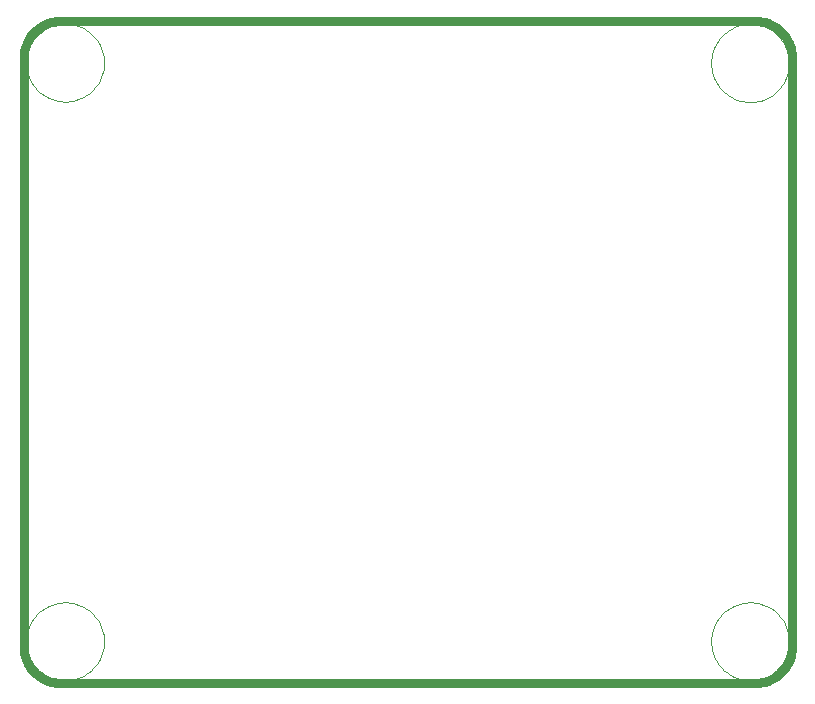
<source format=gko>
G04*
G04 #@! TF.GenerationSoftware,Altium Limited,Altium Designer,19.1.8 (144)*
G04*
G04 Layer_Color=16711935*
%FSLAX44Y44*%
%MOMM*%
G71*
G01*
G75*
%ADD121C,0.0254*%
%ADD122C,0.7620*%
D121*
X648020Y524750D02*
X647923Y527278D01*
X647633Y529790D01*
X647151Y532274D01*
X646481Y534713D01*
X645626Y537093D01*
X644591Y539402D01*
X643383Y541624D01*
X642008Y543747D01*
X640475Y545759D01*
X638792Y547647D01*
X636969Y549401D01*
X635018Y551011D01*
X632949Y552466D01*
X630774Y553759D01*
X628507Y554881D01*
X626161Y555826D01*
X623750Y556590D01*
X621287Y557166D01*
X618787Y557552D01*
X616265Y557746D01*
X613735D01*
X611213Y557552D01*
X608713Y557166D01*
X606250Y556590D01*
X603839Y555826D01*
X601493Y554881D01*
X599226Y553759D01*
X597051Y552466D01*
X594982Y551011D01*
X593031Y549401D01*
X591208Y547647D01*
X589525Y545759D01*
X587992Y543747D01*
X586617Y541624D01*
X585409Y539402D01*
X584374Y537093D01*
X583519Y534713D01*
X582849Y532274D01*
X582367Y529790D01*
X582077Y527278D01*
X581980Y524750D01*
X582077Y522222D01*
X582367Y519710D01*
X582849Y517226D01*
X583519Y514787D01*
X584374Y512407D01*
X585409Y510098D01*
X586617Y507876D01*
X587992Y505753D01*
X589525Y503741D01*
X591208Y501853D01*
X593031Y500099D01*
X594982Y498489D01*
X597051Y497034D01*
X599226Y495742D01*
X601493Y494619D01*
X603839Y493674D01*
X606250Y492910D01*
X608713Y492334D01*
X611213Y491948D01*
X613735Y491754D01*
X616265D01*
X618787Y491948D01*
X621287Y492334D01*
X623750Y492910D01*
X626161Y493674D01*
X628507Y494619D01*
X630774Y495742D01*
X632949Y497034D01*
X635018Y498489D01*
X636969Y500099D01*
X638792Y501853D01*
X640475Y503741D01*
X642008Y505753D01*
X643383Y507876D01*
X644591Y510098D01*
X645626Y512407D01*
X646481Y514787D01*
X647151Y517226D01*
X647633Y519710D01*
X647923Y522223D01*
X648020Y524750D01*
Y35000D02*
X647923Y37528D01*
X647633Y40040D01*
X647151Y42524D01*
X646481Y44963D01*
X645626Y47343D01*
X644591Y49652D01*
X643383Y51874D01*
X642008Y53997D01*
X640475Y56009D01*
X638792Y57897D01*
X636969Y59651D01*
X635018Y61261D01*
X632949Y62716D01*
X630774Y64008D01*
X628507Y65131D01*
X626161Y66076D01*
X623750Y66840D01*
X621287Y67416D01*
X618787Y67802D01*
X616265Y67996D01*
X613735D01*
X611213Y67802D01*
X608713Y67416D01*
X606250Y66840D01*
X603839Y66076D01*
X601493Y65131D01*
X599226Y64008D01*
X597051Y62716D01*
X594982Y61261D01*
X593031Y59651D01*
X591208Y57897D01*
X589525Y56009D01*
X587992Y53997D01*
X586617Y51874D01*
X585409Y49652D01*
X584374Y47343D01*
X583519Y44963D01*
X582849Y42524D01*
X582367Y40040D01*
X582077Y37528D01*
X581980Y35000D01*
X582077Y32472D01*
X582367Y29959D01*
X582849Y27476D01*
X583519Y25037D01*
X584374Y22657D01*
X585409Y20348D01*
X586617Y18126D01*
X587992Y16003D01*
X589525Y13991D01*
X591208Y12103D01*
X593031Y10349D01*
X594982Y8739D01*
X597051Y7284D01*
X599226Y5992D01*
X601493Y4869D01*
X603839Y3924D01*
X606250Y3160D01*
X608713Y2584D01*
X611213Y2198D01*
X613735Y2004D01*
X616265D01*
X618787Y2198D01*
X621287Y2584D01*
X623750Y3160D01*
X626161Y3924D01*
X628507Y4869D01*
X630774Y5992D01*
X632949Y7284D01*
X635018Y8740D01*
X636969Y10349D01*
X638792Y12103D01*
X640475Y13991D01*
X642008Y16003D01*
X643383Y18126D01*
X644591Y20348D01*
X645626Y22657D01*
X646481Y25037D01*
X647151Y27476D01*
X647633Y29960D01*
X647923Y32473D01*
X648020Y35000D01*
X68020D02*
X67923Y37528D01*
X67633Y40040D01*
X67151Y42524D01*
X66481Y44963D01*
X65626Y47343D01*
X64591Y49652D01*
X63383Y51874D01*
X62008Y53997D01*
X60475Y56009D01*
X58792Y57897D01*
X56969Y59651D01*
X55018Y61261D01*
X52949Y62716D01*
X50774Y64008D01*
X48507Y65131D01*
X46161Y66076D01*
X43750Y66840D01*
X41287Y67416D01*
X38787Y67802D01*
X36265Y67996D01*
X33735D01*
X31213Y67802D01*
X28713Y67416D01*
X26250Y66840D01*
X23839Y66076D01*
X21493Y65131D01*
X19226Y64008D01*
X17051Y62716D01*
X14982Y61261D01*
X13031Y59651D01*
X11208Y57897D01*
X9525Y56009D01*
X7992Y53997D01*
X6617Y51874D01*
X5409Y49652D01*
X4374Y47343D01*
X3519Y44963D01*
X2849Y42524D01*
X2367Y40040D01*
X2077Y37528D01*
X1980Y35000D01*
X2077Y32472D01*
X2367Y29959D01*
X2849Y27476D01*
X3519Y25037D01*
X4374Y22657D01*
X5409Y20348D01*
X6617Y18126D01*
X7992Y16003D01*
X9525Y13991D01*
X11208Y12103D01*
X13031Y10349D01*
X14982Y8739D01*
X17051Y7284D01*
X19226Y5992D01*
X21493Y4869D01*
X23839Y3924D01*
X26250Y3160D01*
X28713Y2584D01*
X31213Y2198D01*
X33735Y2004D01*
X36265D01*
X38787Y2198D01*
X41287Y2584D01*
X43750Y3160D01*
X46161Y3924D01*
X48507Y4869D01*
X50774Y5992D01*
X52949Y7284D01*
X55018Y8740D01*
X56969Y10349D01*
X58792Y12103D01*
X60475Y13991D01*
X62008Y16003D01*
X63383Y18126D01*
X64591Y20348D01*
X65626Y22657D01*
X66481Y25037D01*
X67151Y27476D01*
X67633Y29960D01*
X67923Y32473D01*
X68020Y35000D01*
Y525000D02*
X67923Y527528D01*
X67633Y530041D01*
X67151Y532524D01*
X66481Y534963D01*
X65626Y537343D01*
X64591Y539652D01*
X63383Y541874D01*
X62008Y543997D01*
X60475Y546009D01*
X58792Y547897D01*
X56969Y549651D01*
X55018Y551261D01*
X52949Y552716D01*
X50774Y554008D01*
X48507Y555131D01*
X46161Y556076D01*
X43750Y556840D01*
X41287Y557416D01*
X38787Y557802D01*
X36265Y557996D01*
X33735D01*
X31213Y557802D01*
X28713Y557416D01*
X26250Y556840D01*
X23839Y556076D01*
X21493Y555131D01*
X19226Y554008D01*
X17051Y552716D01*
X14982Y551261D01*
X13031Y549651D01*
X11208Y547897D01*
X9525Y546009D01*
X7992Y543997D01*
X6617Y541874D01*
X5409Y539652D01*
X4374Y537343D01*
X3519Y534963D01*
X2849Y532524D01*
X2367Y530041D01*
X2077Y527528D01*
X1980Y525000D01*
X2077Y522472D01*
X2367Y519959D01*
X2849Y517476D01*
X3519Y515037D01*
X4374Y512657D01*
X5409Y510348D01*
X6617Y508126D01*
X7992Y506003D01*
X9525Y503991D01*
X11208Y502103D01*
X13031Y500349D01*
X14982Y498739D01*
X17051Y497284D01*
X19226Y495992D01*
X21493Y494869D01*
X23839Y493923D01*
X26250Y493160D01*
X28713Y492584D01*
X31213Y492198D01*
X33735Y492004D01*
X36265D01*
X38787Y492198D01*
X41287Y492584D01*
X43750Y493160D01*
X46161Y493924D01*
X48507Y494869D01*
X50774Y495992D01*
X52949Y497284D01*
X55018Y498740D01*
X56969Y500349D01*
X58792Y502103D01*
X60475Y503991D01*
X62008Y506003D01*
X63383Y508126D01*
X64591Y510349D01*
X65626Y512657D01*
X66481Y515037D01*
X67151Y517476D01*
X67633Y519960D01*
X67923Y522472D01*
X68020Y525000D01*
D122*
X620000Y0D02*
X622477Y103D01*
X624938Y409D01*
X627365Y918D01*
X629741Y1626D01*
X632051Y2527D01*
X634278Y3616D01*
X636409Y4885D01*
X638426Y6326D01*
X640319Y7928D01*
X642072Y9682D01*
X643674Y11574D01*
X645115Y13592D01*
X646384Y15722D01*
X647473Y17949D01*
X648374Y20259D01*
X649082Y22636D01*
X649591Y25062D01*
X649898Y27523D01*
X650000Y30000D01*
X0D02*
X103Y27523D01*
X409Y25062D01*
X918Y22635D01*
X1626Y20259D01*
X2527Y17949D01*
X3616Y15722D01*
X4885Y13592D01*
X6326Y11574D01*
X7928Y9682D01*
X9682Y7928D01*
X11574Y6326D01*
X13592Y4885D01*
X15722Y3616D01*
X17949Y2527D01*
X20259Y1626D01*
X22636Y918D01*
X25062Y409D01*
X27523Y103D01*
X30000Y0D01*
Y560000D02*
X27523Y559897D01*
X25062Y559591D01*
X22635Y559082D01*
X20259Y558374D01*
X17949Y557473D01*
X15722Y556384D01*
X13592Y555115D01*
X11574Y553674D01*
X9682Y552072D01*
X7928Y550318D01*
X6326Y548426D01*
X4885Y546409D01*
X3616Y544278D01*
X2527Y542051D01*
X1626Y539741D01*
X918Y537365D01*
X409Y534938D01*
X103Y532477D01*
X0Y530000D01*
X650000D02*
X649898Y532477D01*
X649591Y534938D01*
X649082Y537365D01*
X648374Y539741D01*
X647473Y542051D01*
X646384Y544278D01*
X645115Y546409D01*
X643674Y548426D01*
X642072Y550318D01*
X640319Y552072D01*
X638426Y553674D01*
X636408Y555115D01*
X634278Y556384D01*
X632051Y557473D01*
X629741Y558374D01*
X627365Y559082D01*
X624938Y559591D01*
X622477Y559897D01*
X620000Y560000D01*
X3Y530000D02*
X3Y30000D01*
X650000Y530000D02*
X650000Y30000D01*
X30000Y-0D02*
X620000Y0D01*
X30000Y560000D02*
X620000D01*
M02*

</source>
